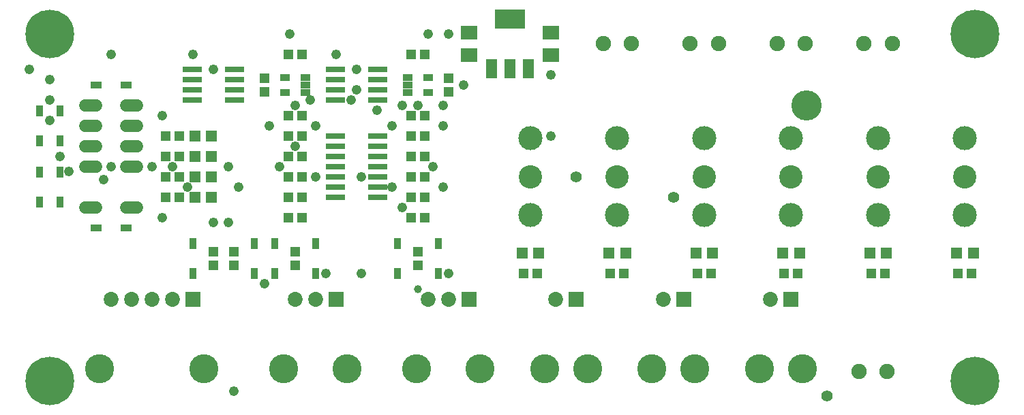
<source format=gts>
G75*
%MOIN*%
%OFA0B0*%
%FSLAX24Y24*%
%IPPOS*%
%LPD*%
%AMOC8*
5,1,8,0,0,1.08239X$1,22.5*
%
%ADD10R,0.0946X0.0316*%
%ADD11R,0.0470X0.0352*%
%ADD12R,0.0474X0.0513*%
%ADD13R,0.0513X0.0474*%
%ADD14R,0.0730X0.0730*%
%ADD15C,0.0730*%
%ADD16C,0.1420*%
%ADD17R,0.0356X0.0552*%
%ADD18C,0.0595*%
%ADD19R,0.0552X0.0356*%
%ADD20R,0.0552X0.0552*%
%ADD21R,0.0560X0.0960*%
%ADD22R,0.1497X0.0946*%
%ADD23R,0.0789X0.0710*%
%ADD24C,0.0749*%
%ADD25C,0.2380*%
%ADD26C,0.1143*%
%ADD27C,0.1175*%
%ADD28C,0.0476*%
%ADD29C,0.0480*%
%ADD30C,0.1480*%
%ADD31C,0.0560*%
%ADD32C,0.0390*%
D10*
X015776Y010800D03*
X015776Y011300D03*
X015776Y011800D03*
X015776Y012300D03*
X015776Y012800D03*
X015776Y013300D03*
X015776Y013800D03*
X017824Y013800D03*
X017824Y013300D03*
X017824Y012800D03*
X017824Y012300D03*
X017824Y011800D03*
X017824Y011300D03*
X017824Y010800D03*
X017824Y015550D03*
X017824Y016050D03*
X017824Y016550D03*
X017824Y017050D03*
X015776Y017050D03*
X015776Y016550D03*
X015776Y016050D03*
X015776Y015550D03*
X010824Y015550D03*
X010824Y016050D03*
X010824Y016550D03*
X010824Y017050D03*
X008776Y017050D03*
X008776Y016550D03*
X008776Y016050D03*
X008776Y015550D03*
D11*
X013288Y015926D03*
X014308Y015926D03*
X014308Y016300D03*
X014308Y016674D03*
X013288Y016674D03*
X019292Y016674D03*
X019292Y016300D03*
X019292Y015926D03*
X020312Y015926D03*
X020312Y016674D03*
D12*
X020135Y013800D03*
X019465Y013800D03*
X019465Y011800D03*
X020135Y011800D03*
X020135Y010800D03*
X019465Y010800D03*
X014135Y010800D03*
X013465Y010800D03*
X013465Y011800D03*
X014135Y011800D03*
X014135Y013800D03*
X013465Y013800D03*
X008135Y013800D03*
X007465Y013800D03*
X007465Y012800D03*
X008135Y012800D03*
X008135Y011800D03*
X007465Y011800D03*
X007465Y010800D03*
X008135Y010800D03*
X024965Y007050D03*
X025635Y007050D03*
X029215Y007050D03*
X029885Y007050D03*
X033465Y007050D03*
X034135Y007050D03*
X037715Y007050D03*
X038385Y007050D03*
X041965Y007050D03*
X042635Y007050D03*
X046215Y007050D03*
X046885Y007050D03*
D13*
X021300Y015965D03*
X021300Y016635D03*
X020135Y017800D03*
X019465Y017800D03*
X014135Y017800D03*
X013465Y017800D03*
X012300Y016635D03*
X012300Y015965D03*
X013465Y014800D03*
X014135Y014800D03*
X014135Y012800D03*
X013465Y012800D03*
X019465Y012800D03*
X020135Y012800D03*
X020135Y014800D03*
X019465Y014800D03*
X019465Y009800D03*
X020135Y009800D03*
X019800Y008135D03*
X019800Y007465D03*
X014135Y009800D03*
X013465Y009800D03*
X013800Y008135D03*
X013800Y007465D03*
X010800Y007465D03*
X009800Y007465D03*
X009800Y008135D03*
X010800Y008135D03*
D14*
X008800Y005800D03*
X015800Y005800D03*
X022300Y005800D03*
X027550Y005800D03*
X032800Y005800D03*
X038050Y005800D03*
D15*
X037050Y005800D03*
X031800Y005800D03*
X026550Y005800D03*
X021300Y005800D03*
X020300Y005800D03*
X014800Y005800D03*
X013800Y005800D03*
X007800Y005800D03*
X006800Y005800D03*
X005800Y005800D03*
X004800Y005800D03*
D16*
X004250Y002400D03*
X009350Y002400D03*
X013250Y002400D03*
X016350Y002400D03*
X019750Y002400D03*
X022850Y002400D03*
X026000Y002400D03*
X028100Y002400D03*
X031250Y002400D03*
X033350Y002400D03*
X036500Y002400D03*
X038600Y002400D03*
D17*
X020800Y007072D03*
X018800Y007072D03*
X018800Y008528D03*
X020800Y008528D03*
X014800Y008528D03*
X012800Y008528D03*
X011800Y008528D03*
X008800Y008528D03*
X008800Y007072D03*
X011800Y007072D03*
X012800Y007072D03*
X014800Y007072D03*
X002300Y010572D03*
X001300Y010572D03*
X001300Y012028D03*
X002300Y012028D03*
X002300Y013572D03*
X001300Y013572D03*
X001300Y015028D03*
X002300Y015028D03*
D18*
X003543Y015300D02*
X004057Y015300D01*
X005543Y015300D02*
X006057Y015300D01*
X006057Y014300D02*
X005543Y014300D01*
X004057Y014300D02*
X003543Y014300D01*
X003543Y013300D02*
X004057Y013300D01*
X005543Y013300D02*
X006057Y013300D01*
X006057Y012300D02*
X005543Y012300D01*
X004057Y012300D02*
X003543Y012300D01*
X003543Y010300D02*
X004057Y010300D01*
X005543Y010300D02*
X006057Y010300D01*
D19*
X005528Y009300D03*
X004072Y009300D03*
X004072Y016300D03*
X005528Y016300D03*
D20*
X008887Y013800D03*
X009713Y013800D03*
X009713Y012800D03*
X008887Y012800D03*
X008887Y011800D03*
X009713Y011800D03*
X009713Y010800D03*
X008887Y010800D03*
X024887Y008050D03*
X025713Y008050D03*
X029137Y008050D03*
X029963Y008050D03*
X033387Y008050D03*
X034213Y008050D03*
X037637Y008050D03*
X038463Y008050D03*
X041887Y008050D03*
X042713Y008050D03*
X046137Y008050D03*
X046963Y008050D03*
D21*
X025210Y017080D03*
X024300Y017080D03*
X023390Y017080D03*
D22*
X024300Y019520D03*
D23*
X022300Y018851D03*
X022300Y017749D03*
X026300Y017749D03*
X026300Y018851D03*
D24*
X028861Y018339D03*
X030239Y018339D03*
X033111Y018339D03*
X034489Y018339D03*
X037361Y018339D03*
X038739Y018339D03*
X041611Y018339D03*
X042989Y018339D03*
X042739Y002261D03*
X041361Y002261D03*
D25*
X001800Y001800D03*
X001800Y018800D03*
X047050Y018800D03*
X047050Y001800D03*
D26*
X046550Y011800D03*
X042300Y011800D03*
X038050Y011800D03*
X033800Y011800D03*
X029550Y011800D03*
X025300Y011800D03*
D27*
X025300Y009910D03*
X029550Y009910D03*
X033800Y009910D03*
X038050Y009910D03*
X042300Y009910D03*
X046550Y009910D03*
X046550Y013690D03*
X042300Y013690D03*
X038050Y013690D03*
X033800Y013690D03*
X029550Y013690D03*
X025300Y013690D03*
D28*
X021050Y014300D03*
X021050Y015300D03*
X019800Y015300D03*
X019050Y015300D03*
X017800Y015050D03*
X016550Y015550D03*
X016800Y016050D03*
X016800Y017050D03*
X015800Y017800D03*
X013550Y018800D03*
X009800Y017050D03*
X008800Y017800D03*
X004800Y017800D03*
X001800Y016550D03*
X000800Y017050D03*
X001800Y015550D03*
X001800Y014550D03*
X002300Y012800D03*
X002750Y012050D03*
X004450Y011650D03*
X004800Y012300D03*
X006800Y012300D03*
X007800Y012300D03*
X008550Y011300D03*
X010550Y012300D03*
X011050Y011300D03*
X013050Y012300D03*
X014800Y011800D03*
X017050Y011800D03*
X018550Y011300D03*
X019050Y010300D03*
X021050Y011300D03*
X020550Y012300D03*
X018550Y014300D03*
X014800Y014300D03*
X012550Y014300D03*
X013800Y013300D03*
X013800Y015300D03*
X014550Y015550D03*
X007300Y014800D03*
X007300Y009800D03*
X009800Y009550D03*
X010550Y009550D03*
X015300Y007050D03*
X017050Y007050D03*
X021300Y007050D03*
X012300Y006550D03*
X010800Y001300D03*
X022050Y016300D03*
X021300Y018800D03*
X020300Y018800D03*
D29*
X026300Y016800D03*
X026300Y013800D03*
D30*
X038800Y015300D03*
D31*
X032300Y010800D03*
X027550Y011800D03*
X039800Y001050D03*
D32*
X019800Y006300D03*
M02*

</source>
